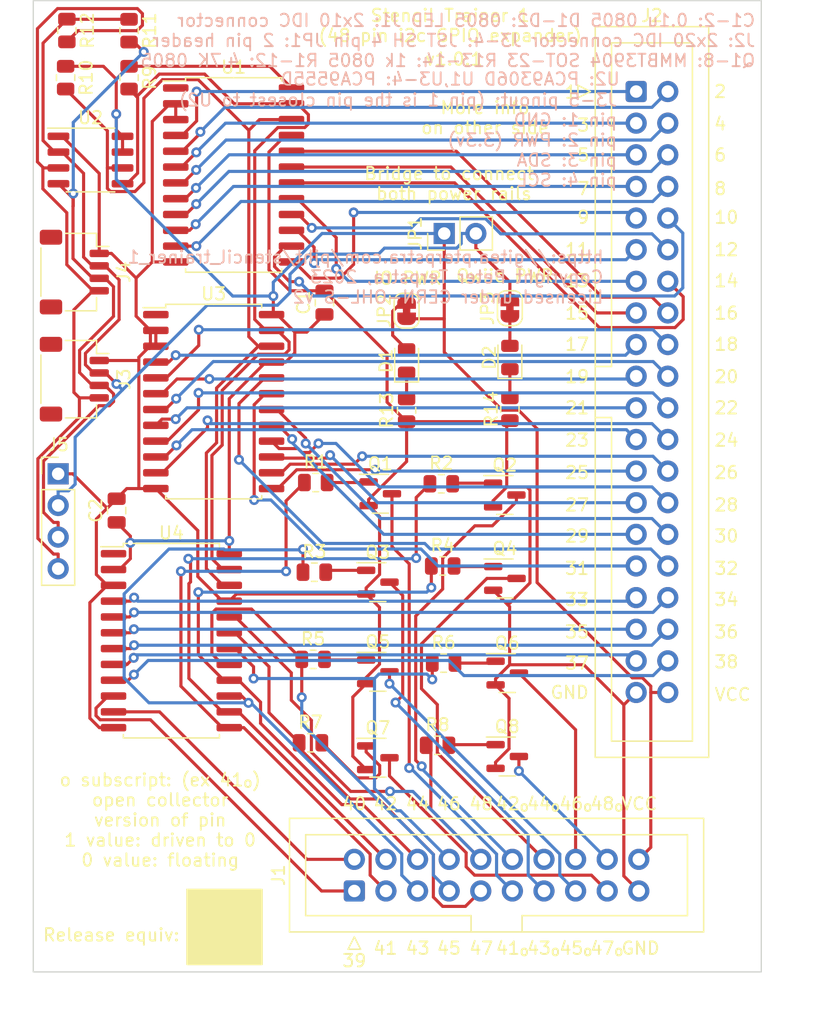
<source format=kicad_pcb>
(kicad_pcb (version 20221018) (generator pcbnew)

  (general
    (thickness 1.6)
  )

  (paper "A4")
  (title_block
    (title "Stencil Trainer 1 (48 pin i2c GPIO expander)")
    (date "2023-04-03")
    (rev "v1.0.1")
    (comment 1 "Licensed under CERN-OHL-S version 2")
    (comment 2 "Copyright Peter Terpstra, 2023")
  )

  (layers
    (0 "F.Cu" signal)
    (31 "B.Cu" signal)
    (32 "B.Adhes" user "B.Adhesive")
    (33 "F.Adhes" user "F.Adhesive")
    (34 "B.Paste" user)
    (35 "F.Paste" user)
    (36 "B.SilkS" user "B.Silkscreen")
    (37 "F.SilkS" user "F.Silkscreen")
    (38 "B.Mask" user)
    (39 "F.Mask" user)
    (40 "Dwgs.User" user "User.Drawings")
    (41 "Cmts.User" user "User.Comments")
    (42 "Eco1.User" user "User.Eco1")
    (43 "Eco2.User" user "User.Eco2")
    (44 "Edge.Cuts" user)
    (45 "Margin" user)
    (46 "B.CrtYd" user "B.Courtyard")
    (47 "F.CrtYd" user "F.Courtyard")
    (48 "B.Fab" user)
    (49 "F.Fab" user)
    (50 "User.1" user)
    (51 "User.2" user)
    (52 "User.3" user)
    (53 "User.4" user)
    (54 "User.5" user)
    (55 "User.6" user)
    (56 "User.7" user)
    (57 "User.8" user)
    (58 "User.9" user)
  )

  (setup
    (stackup
      (layer "F.SilkS" (type "Top Silk Screen"))
      (layer "F.Paste" (type "Top Solder Paste"))
      (layer "F.Mask" (type "Top Solder Mask") (thickness 0.01))
      (layer "F.Cu" (type "copper") (thickness 0.035))
      (layer "dielectric 1" (type "core") (thickness 1.51) (material "FR4") (epsilon_r 4.5) (loss_tangent 0.02))
      (layer "B.Cu" (type "copper") (thickness 0.035))
      (layer "B.Mask" (type "Bottom Solder Mask") (thickness 0.01))
      (layer "B.Paste" (type "Bottom Solder Paste"))
      (layer "B.SilkS" (type "Bottom Silk Screen"))
      (copper_finish "None")
      (dielectric_constraints no)
    )
    (pad_to_mask_clearance 0)
    (pcbplotparams
      (layerselection 0x00010fc_ffffffff)
      (plot_on_all_layers_selection 0x0000000_00000000)
      (disableapertmacros false)
      (usegerberextensions true)
      (usegerberattributes true)
      (usegerberadvancedattributes true)
      (creategerberjobfile true)
      (dashed_line_dash_ratio 12.000000)
      (dashed_line_gap_ratio 3.000000)
      (svgprecision 6)
      (plotframeref false)
      (viasonmask false)
      (mode 1)
      (useauxorigin false)
      (hpglpennumber 1)
      (hpglpenspeed 20)
      (hpglpendiameter 15.000000)
      (dxfpolygonmode true)
      (dxfimperialunits true)
      (dxfusepcbnewfont true)
      (psnegative false)
      (psa4output false)
      (plotreference true)
      (plotvalue true)
      (plotinvisibletext false)
      (sketchpadsonfab false)
      (subtractmaskfromsilk true)
      (outputformat 1)
      (mirror false)
      (drillshape 0)
      (scaleselection 1)
      (outputdirectory "gerbers")
    )
  )

  (net 0 "")
  (net 1 "GND")
  (net 2 "/IO_1")
  (net 3 "/IO_2")
  (net 4 "/IO_3")
  (net 5 "/IO_4")
  (net 6 "/IO_5")
  (net 7 "/IO_6")
  (net 8 "/IO_7")
  (net 9 "/IO_8")
  (net 10 "VCC")
  (net 11 "Net-(D1-K)")
  (net 12 "/SCK")
  (net 13 "/SDA")
  (net 14 "Net-(D1-A)")
  (net 15 "Net-(D2-K)")
  (net 16 "/IO_9")
  (net 17 "/IO_10")
  (net 18 "/IO_11")
  (net 19 "/IO_12")
  (net 20 "/IO_13")
  (net 21 "/IO_14")
  (net 22 "/IO_15")
  (net 23 "/IO_16")
  (net 24 "/IO_17")
  (net 25 "/IO_18")
  (net 26 "/IO_19")
  (net 27 "/IO_20")
  (net 28 "/IO_21")
  (net 29 "/IO_22")
  (net 30 "/IO_23")
  (net 31 "/IO_24")
  (net 32 "Net-(D2-A)")
  (net 33 "Net-(#FLG02-pwr)")
  (net 34 "Net-(J3-Pin_3)")
  (net 35 "Net-(J3-Pin_4)")
  (net 36 "/IO_25")
  (net 37 "/IO_26")
  (net 38 "/IO_27")
  (net 39 "/IO_28")
  (net 40 "/IO_29")
  (net 41 "/IO_30")
  (net 42 "/IO_31")
  (net 43 "/IO_32")
  (net 44 "/IO_33")
  (net 45 "/IO_34")
  (net 46 "/IO_35")
  (net 47 "/IO_36")
  (net 48 "/IO_37")
  (net 49 "/IO_38")
  (net 50 "/IO_39")
  (net 51 "/IO_40")
  (net 52 "Net-(Q1-B)")
  (net 53 "Net-(Q2-B)")
  (net 54 "Net-(Q3-B)")
  (net 55 "/IO_41")
  (net 56 "/IO_42")
  (net 57 "/IO_43")
  (net 58 "/IO_44")
  (net 59 "/IO_45")
  (net 60 "/IO_46")
  (net 61 "/IO_47")
  (net 62 "/IO_48")
  (net 63 "/IO_41_OC")
  (net 64 "/IO_43_OC")
  (net 65 "/IO_45_OC")
  (net 66 "/IO_47_OC")
  (net 67 "/IO_42_OC")
  (net 68 "/IO_44_OC")
  (net 69 "/IO_46_OC")
  (net 70 "/IO_48_OC")
  (net 71 "Net-(Q4-B)")
  (net 72 "Net-(Q5-B)")
  (net 73 "Net-(Q6-B)")
  (net 74 "Net-(Q7-B)")
  (net 75 "Net-(Q8-B)")
  (net 76 "unconnected-(U1-~{INT}-Pad1)")
  (net 77 "unconnected-(U3-~{INT}-Pad1)")
  (net 78 "unconnected-(U4-~{INT}-Pad1)")

  (footprint "Capacitor_SMD:C_0805_2012Metric" (layer "F.Cu") (at 56.4 121.25 90))

  (footprint "Resistor_SMD:R_0805_2012Metric" (layer "F.Cu") (at 65.9 142.4))

  (footprint "Package_SO:SOIC-24W_7.5x15.4mm_P1.27mm" (layer "F.Cu") (at 49.1 111))

  (footprint "Resistor_SMD:R_0805_2012Metric" (layer "F.Cu") (at 65.4875 156.8))

  (footprint "Package_SO:SOIC-24W_7.5x15.4mm_P1.27mm" (layer "F.Cu") (at 44.1 148.4))

  (footprint "Resistor_SMD:R_0805_2012Metric" (layer "F.Cu") (at 40.7 103.1875 -90))

  (footprint "Connector_JST:JST_SH_SM04B-SRSS-TB_1x04-1MP_P1.00mm_Horizontal" (layer "F.Cu") (at 36.3 127.4 -90))

  (footprint "Resistor_SMD:R_0805_2012Metric" (layer "F.Cu") (at 55.4875 149.9))

  (footprint "Package_TO_SOT_SMD:SOT-23" (layer "F.Cu") (at 60.6875 157.8))

  (footprint "Package_TO_SOT_SMD:SOT-23" (layer "F.Cu") (at 60.6875 150.9))

  (footprint "Resistor_SMD:R_0805_2012Metric" (layer "F.Cu") (at 35.6 103.1875 -90))

  (footprint "Package_TO_SOT_SMD:SOT-23" (layer "F.Cu") (at 71.0875 157.7))

  (footprint "Package_SO:SO-8_3.9x4.9mm_P1.27mm" (layer "F.Cu") (at 37.6 109.8))

  (footprint "Jumper:SolderJumper-2_P1.3mm_Bridged_RoundedPad1.0x1.5mm" (layer "F.Cu") (at 71.3 121.7 90))

  (footprint "Package_TO_SOT_SMD:SOT-23" (layer "F.Cu") (at 71.0875 151))

  (footprint "Jumper:SolderJumper-2_P1.3mm_Bridged_RoundedPad1.0x1.5mm" (layer "F.Cu") (at 63 121.9 -90))

  (footprint "Resistor_SMD:R_0805_2012Metric" (layer "F.Cu") (at 65.975 150.2))

  (footprint "Resistor_SMD:R_0805_2012Metric" (layer "F.Cu") (at 40.7 99.4125 -90))

  (footprint "Resistor_SMD:R_0805_2012Metric" (layer "F.Cu") (at 63 129.9 -90))

  (footprint "Resistor_SMD:R_0805_2012Metric" (layer "F.Cu") (at 55.5875 142.9))

  (footprint "Resistor_SMD:R_0805_2012Metric" (layer "F.Cu") (at 35.7 99.4 -90))

  (footprint "Connector_PinHeader_2.54mm:PinHeader_1x02_P2.54mm_Vertical" (layer "F.Cu") (at 66.025 115.7 90))

  (footprint "Connector_IDC:IDC-Header_2x20_P2.54mm_Vertical" (layer "F.Cu") (at 81.4475 104.3))

  (footprint "Connector_PinHeader_2.54mm:PinHeader_1x04_P2.54mm_Vertical" (layer "F.Cu") (at 35 135))

  (footprint "Resistor_SMD:R_0805_2012Metric" (layer "F.Cu") (at 71.3 129.8125 -90))

  (footprint "Resistor_SMD:R_0805_2012Metric" (layer "F.Cu") (at 65.7875 135.8))

  (footprint "Package_TO_SOT_SMD:SOT-23" (layer "F.Cu") (at 60.8875 136.6))

  (footprint "Resistor_SMD:R_0805_2012Metric" (layer "F.Cu") (at 55.275 156.6))

  (footprint "Package_TO_SOT_SMD:SOT-23" (layer "F.Cu") (at 70.9 143.4))

  (footprint "Package_SO:SOIC-24W_7.5x15.4mm_P1.27mm" (layer "F.Cu") (at 47.5 129.2))

  (footprint "Resistor_SMD:R_0805_2012Metric" (layer "F.Cu") (at 55.7 135.7))

  (footprint "Package_TO_SOT_SMD:SOT-23" (layer "F.Cu") (at 60.6875 143.7))

  (footprint "Connector_JST:JST_SH_SM04B-SRSS-TB_1x04-1MP_P1.00mm_Horizontal" (layer "F.Cu") (at 36.3 118.8 -90))

  (footprint "LED_SMD:LED_0805_2012Metric" (layer "F.Cu") (at 71.3 125.6625 90))

  (footprint "Package_TO_SOT_SMD:SOT-23" (layer "F.Cu") (at 70.8875 136.7))

  (footprint "Connector_IDC:IDC-Header_2x10_P2.54mm_Vertical" (layer "F.Cu") (at 58.8 168.5 90))

  (footprint "LED_SMD:LED_0805_2012Metric" (layer "F.Cu") (at 63 125.9375 90))

  (footprint "Capacitor_SMD:C_0805_2012Metric" (layer "F.Cu") (at 39.7 137.95 90))

  (gr_rect (start 45.37 168.39) (end 51.37 174.39)
    (stroke (width 0.15) (type solid)) (fill solid) (layer "F.SilkS") (tstamp 0929ceda-a80b-43bf-8078-478ecbde7a2d))
  (gr_rect (start 33 97) (end 91.5 175)
    (stroke (width 0.1) (type solid)) (fill none) (layer "Edge.Cuts") (tstamp 0cc2535e-8a02-4c75-961d-48271d454d3c))
  (gr_text "Copyright Peter Terpstra, 2023\nLicensed under CERN-OHL-S v2" (at 78.9 120) (layer "B.SilkS") (tstamp 2b900a22-48b6-47af-87b0-4a5c84b44556)
    (effects (font (size 1 1) (thickness 0.15)) (justify left mirror))
  )
  (gr_text "J3-5 pinout: (pin 1 is the pin closest to U2)\npin 1: GND\npin 2: PWR (3.3v)\npin 3: SDA\npin 4: SCL" (at 80 108.2) (layer "B.SilkS") (tstamp 752e711b-bc09-4065-93c9-d1987f5bc8d4)
    (effects (font (size 1 1) (thickness 0.15)) (justify left mirror))
  )
  (gr_text "C1-2: 0.1u 0805 D1-D2: 0805 LED J1: 2x10 IDC connector\nJ2: 2x20 IDC connector J3-4: JST SH 4 pin JP1: 2 pin header\nQ1-8: MMBT3904 SOT-23 R13-14: 1k 0805 R1-12: 4.7K 0805\n" (at 91.1 100.2) (layer "B.SilkS") (tstamp 7ea5f391-f9e4-479e-8297-a040520588e7)
    (effects (font (size 1 1) (thickness 0.15)) (justify left mirror))
  )
  (gr_text "U2: PCA9306D U1,U3-4: PCA9555D" (at 66.5 103.3) (layer "B.SilkS") (tstamp 80ca76fb-bb6b-49b0-a697-893b9eb08303)
    (effects (font (size 1 1) (thickness 0.15)) (justify mirror))
  )
  (gr_text "https://gitea.pterpstra.com/pjht/stencil_trainer_1" (at 59.7 117.6) (layer "B.SilkS") (tstamp 9f45bffa-7633-4989-8b1f-e81d1390d229)
    (effects (font (size 1 1) (thickness 0.15)) (justify mirror))
  )
  (gr_text "\n" (at 65 101.1) (layer "B.SilkS") (tstamp be94a810-a8ff-410e-8c02-19712c3c49d8)
    (effects (font (size 1 1) (thickness 0.15)) (justify mirror))
  )
  (gr_text "GND" (at 81.8 173.1) (layer "F.SilkS") (tstamp 01e8a82c-9eca-4cc7-9af9-d76a96be0897)
    (effects (font (size 1 1) (thickness 0.15)))
  )
  (gr_text "13" (at 76.7 119.5) (layer "F.SilkS") (tstamp 04eb87b4-c8fa-47bf-ae9a-6ee111ba806f)
    (effects (font (size 1 1) (thickness 0.15)))
  )
  (gr_text "VCC" (at 81.7 161.5) (layer "F.SilkS") (tstamp 0ae7703a-806a-4312-b6df-c7e6da6d00cd)
    (effects (font (size 1 1) (thickness 0.15)))
  )
  (gr_text "39" (at 58.8 174.1) (layer "F.SilkS") (tstamp 1010405a-4a59-4f80-a198-ef73c4d15177)
    (effects (font (size 1 1) (thickness 0.15)))
  )
  (gr_text "Qwiic PWR" (at 70.9 119.1) (layer "F.SilkS") (tstamp 102ff197-c480-4613-a59e-215390a5764c)
    (effects (font (size 1 1) (thickness 0.15)))
  )
  (gr_text "37" (at 76.7 150.2) (layer "F.SilkS") (tstamp 11e2e376-99cc-46a4-9942-f53adbb84b47)
    (effects (font (size 1 1) (thickness 0.15)))
  )
  (gr_text "20" (at 88.7 127.2) (layer "F.SilkS") (tstamp 138c69e7-865d-49c3-8993-2caa70314325)
    (effects (font (size 1 1) (thickness 0.15)))
  )
  (gr_text "Bridge to connect \nboth power rails" (at 66.8 111.7) (layer "F.SilkS") (tstamp 182e8b36-ffa5-422d-b619-149c20b90fa7)
    (effects (font (size 1 1) (thickness 0.15)))
  )
  (gr_text "43_{o}" (at 74 173.1) (layer "F.SilkS") (tstamp 191eeac7-a746-4187-b2a2-2c9ebc570b0c)
    (effects (font (size 1 1) (thickness 0.15)))
  )
  (gr_text "36" (at 88.7 147.7) (layer "F.SilkS") (tstamp 1ebc6783-04b8-4ac2-a89d-fa0fb87b169b)
    (effects (font (size 1 1) (thickness 0.15)))
  )
  (gr_text "19" (at 76.7 127.2) (layer "F.SilkS") (tstamp 2061098c-652d-4a04-b0bc-7b1f9a2d5a64)
    (effects (font (size 1 1) (thickness 0.15)))
  )
  (gr_text "4" (at 88.2 106.9) (layer "F.SilkS") (tstamp 21dd6549-93b6-4ff7-994c-260ff23f82d4)
    (effects (font (size 1 1) (thickness 0.15)))
  )
  (gr_text "${REVISION}" (at 66.8 101.7) (layer "F.SilkS") (tstamp 23450071-b5a8-4c53-9d13-2f8054aa9989)
    (effects (font (size 1 1) (thickness 0.15)))
  )
  (gr_text "42_{o}" (at 71.5 161.5) (layer "F.SilkS") (tstamp 2af68b0a-2c38-4d08-ab97-beb5dcab7023)
    (effects (font (size 1 1) (thickness 0.15)))
  )
  (gr_text "12" (at 88.7 117) (layer "F.SilkS") (tstamp 2cc9e0cb-b267-4101-b994-26811ae0f713)
    (effects (font (size 1 1) (thickness 0.15)))
  )
  (gr_text "45" (at 66.4 173.1) (layer "F.SilkS") (tstamp 2fd49bd6-f304-492e-99f4-239baf1eeec9)
    (effects (font (size 1 1) (thickness 0.15)))
  )
  (gr_text "24" (at 88.7 132.3) (layer "F.SilkS") (tstamp 30cf0f4d-6a1b-4536-9ab0-52b93d35a6c0)
    (effects (font (size 1 1) (thickness 0.15)))
  )
  (gr_text "40" (at 58.8 161.5) (layer "F.SilkS") (tstamp 33795af2-5e12-4a15-a45f-726ad795762f)
    (effects (font (size 1 1) (thickness 0.15)))
  )
  (gr_text "46_{o}" (at 76.6 161.5) (layer "F.SilkS") (tstamp 36626153-49be-4ca8-940e-7e21ac124a14)
    (effects (font (size 1 1) (thickness 0.15)))
  )
  (gr_text "More info\non other side" (at 69.3 106.4) (layer "F.SilkS") (tstamp 3b3994dc-0caf-49a6-b7ba-c91cfd059142)
    (effects (font (size 1 1) (thickness 0.15)))
  )
  (gr_text "48_{o}" (at 79.1 161.5) (layer "F.SilkS") (tstamp 3e4061e9-cb17-452c-b974-a5105a6dcbd3)
    (effects (font (size 1 1) (thickness 0.15)))
  )
  (gr_text "23" (at 76.7 132.3) (layer "F.SilkS") (tstamp 3eed2f97-9d29-4a37-aa0c-59e42aec2e65)
    (effects (font (size 1 1) (thickness 0.15)))
  )
  (gr_text "46" (at 66.4 161.5) (layer "F.SilkS") (tstamp 43a12344-64c6-41b3-9215-cd3be0cd1e9f)
    (effects (font (size 1 1) (thickness 0.15)))
  )
  (gr_text "2" (at 88.2 104.3) (layer "F.SilkS") (tstamp 4633d98a-796e-4e8d-93e0-bf27ffb34675)
    (effects (font (size 1 1) (thickness 0.15)))
  )
  (gr_text "14" (at 88.7 119.5) (layer "F.SilkS") (tstamp 469e61c5-6b52-48bf-a8eb-27c3bfa7c204)
    (effects (font (size 1 1) (thickness 0.15)))
  )
  (gr_text "25" (at 76.7 134.9) (layer "F.SilkS") (tstamp 4a408e52-049f-474c-9ead-f553673d8c52)
    (effects (font (size 1 1) (thickness 0.15)))
  )
  (gr_text "Stencil Trainer 1\n(48 pin i2c GPIO expander)" (at 66.5 99) (layer "F.SilkS") (tstamp 52f70420-32e4-4ddf-9051-0176e9e7b4a8)
    (effects (font (size 1 1) (thickness 0.15)))
  )
  (gr_text "15" (at 76.7 122.1) (layer "F.SilkS") (tstamp 538deaac-1b42-48f0-98d4-10cb47e388c3)
    (effects (font (size 1 1) (thickness 0.15)))
  )
  (gr_text "44_{o}" (at 74 161.5) (layer "F.SilkS") (tstamp 55e461f5-da1e-40ed-83e3-a71cde859306)
    (effects (font (size 1 1) (thickness 0.15)))
  )
  (gr_text "26" (at 88.7 134.9) (layer "F.SilkS") (tstamp 5aa5c3ec-fd88-461a-a348-63aef2643329)
    (effects (font (size 1 1) (thickness 0.15)))
  )
  (gr_text "47_{o}" (at 79.1 173.1) (layer "F.SilkS") (tstamp 63a1710a-263d-4f3f-912d-f384079c8c69)
    (effects (font (size 1 1) (thickness 0.15)))
  )
  (gr_text "45_{o}" (at 76.6 173.1) (layer "F.SilkS") (tstamp 6999c539-b902-4598-b8bf-37d3471702ad)
    (effects (font (size 1 1) (thickness 0.15)))
  )
  (gr_text "GND" (at 76.1 152.56) (layer "F.SilkS") (tstamp 6c196f2f-c81d-4fac-9f39-48f51dd03184)
    (effects (font (size 1 1) (thickness 0.15)))
  )
  (gr_text "VCC" (at 89.2 152.73) (layer "F.SilkS") (tstamp 6c8e5a05-b777-4ade-a775-6cac55b66879)
    (effects (font (size 1 1) (thickness 0.15)))
  )
  (gr_text "35" (at 76.7 147.7) (layer "F.SilkS") (tstamp 7a3f33f2-5bfd-46cb-b14d-d0f8e6a5ffa2)
    (effects (font (size 1 1) (thickness 0.15)))
  )
  (gr_text "31" (at 76.7 142.6) (layer "F.SilkS") (tstamp 8067f18c-29a8-4127-af28-1289f24d9c72)
    (effects (font (size 1 1) (thickness 0.15)))
  )
  (gr_text "30" (at 88.7 140) (layer "F.SilkS") (tstamp 84202d68-043b-435b-a7a2-3d02efcd632c)
    (effects (font (size 1 1) (thickness 0.15)))
  )
  (gr_text "32" (at 88.7 142.6) (layer "F.SilkS") (tstamp 86a20648-1f7f-4586-ad1d-109247ab18c4)
    (effects (font (size 1 1) (thickness 0.15)))
  )
  (gr_text "22" (at 88.7 129.7) (layer "F.SilkS") (tstamp 879406e4-7827-472b-b832-e37e774cde94)
    (effects (font (size 1 1) (thickness 0.15)))
  )
  (gr_text "Release equiv:" (at 39.27 172.03) (layer "F.SilkS") (tstamp 896a930b-dcd8-4827-b45e-b6c82d9d3b90)
    (effects (font (size 1 1) (thickness 0.15)))
  )
  (gr_text "17" (at 76.7 124.6) (layer "F.SilkS") (tstamp 8d8c397a-0e5a-4b47-82f0-6c7f109a1b3b)
    (effects (font (size 1 1) (thickness 0.15)))
  )
  (gr_text "7" (at 77.2 112.1) (layer "F.SilkS") (tstamp 9110c306-d989-4740-b6c5-9c6f07bc113a)
    (effects (font (size 1 1) (thickness 0.15)))
  )
  (gr_text "38" (at 88.7 150.1) (layer "F.SilkS") (tstamp 9595e38a-a6ae-432c-a9be-ae072d9c48c0)
    (effects (font (size 1 1) (thickness 0.15)))
  )
  (gr_text "10" (at 88.7 114.4) (layer "F.SilkS") (tstamp 98aa8b53-4582-491c-b7ea-5b3bc7d07b75)
    (effects (font (size 1 1) (thickness 0.15)))
  )
  (gr_text "8" (at 88.2 112.1) (layer "F.SilkS") (tstamp 9c11391e-1142-43a9-82e5-3f76105ae535)
    (effects (font (size 1 1) (thickness 0.15)))
  )
  (gr_text "43" (at 63.9 173.1) (layer "F.SilkS") (tstamp ad0a1b9c-07db-40b3-ae7a-72a727673504)
    (effects (font (size 1 1) (thickness 0.15)))
  )
  (gr_text "42" (at 61.3 161.5) (layer "F.SilkS") (tstamp ada301f4-e1b8-400a-96c8-519368c5c1cb)
    (effects (font (size 1 1) (thickness 0.15)))
  )
  (gr_text "16" (at 88.7 122.1) (layer "F.SilkS") (tstamp aee06b8f-5ac6-4966-a8db-d8aef383d90c)
    (effects (font (size 1 1) (thickness 0.15)))
  )
  (gr_text "44" (at 63.9 161.5) (layer "F.SilkS") (tstamp b222de15-1cdf-43ae-bcb8-383e2668a24c)
    (effects (font (size 1 1) (thickness 0.15)))
  )
  (gr_text "IO PWR" (at 63.1 119.3) (layer "F.SilkS") (tstamp b47cf491-82a8-495e-b2f4-63648bd57059)
    (effects (font (size 1 1) (thickness 0.15)))
  )
  (gr_text "29" (at 76.7 140) (layer "F.SilkS") (tstamp ba8fe0e0-68d1-4db3-9a21-405f3f95352a)
    (effects (font (size 1 1) (thickness 0.15)))
  )
  (gr_text "41" (at 61.3 173.1) (layer "F.SilkS") (tstamp bbf0b51e-d86f-4439-830e-d04061d78015)
    (effects (font (size 1 1) (thickness 0.15)))
  )
  (gr_text "27" (at 76.7 137.5) (layer "F.SilkS") (tstamp c1d81865-19d0-4a9a-a08e-288dcc62be87)
    (effects (font (size 1 1) (thickness 0.15)))
  )
  (gr_text "18" (at 88.7 124.6) (layer "F.SilkS") (tstamp c238480b-3226-4d59-95b6-fd360a0a5918)
    (effects (font (size 1 1) (thickness 0.15)))
  )
  (gr_text "11" (at 76.7 117) (layer "F.SilkS") (tstamp ca132c7c-92c5-4878-9d45-fc22a5a00c6f)
    (effects (font (size 1 1) (thickness 0.15)))
  )
  (gr_text "33" (at 76.7 145.1) (layer "F.SilkS") (tstamp cd92533e-5615-4ec8-821f-636e075f332c)
    (effects (font (size 1 1) (thickness 0.15)))
  )
  (gr_text "1" (at 76.2 104.35) (layer "F.SilkS") (tstamp cea069d6-cb97-46a1-803a-bcf011073c85)
    (effects (font (size 1 1) (thickness 0.15)))
  )
  (gr_text "3" (at 77.2 107) (layer "F.SilkS") (tstamp cff6191c-dca1-4c41-8e8d-e02b6d1caea4)
    (effects (font (size 1 1) (thickness 0.15)))
  )
  (gr_text "47" (at 69 173.1) (layer "F.SilkS") (tstamp d0880bd6-9488-405b-88a7-6a820bc5a561)
    (effects (font (size 1 1) (thickness 0.15)))
  )
  (gr_text "6" (at 88.2 109.4) (layer "F.SilkS") (tstamp db8c624c-b81a-457a-b5b7-4526dd22c685)
    (effects (font (size 1 1) (thickness 0.15)))
  )
  (gr_text "41_{o}" (at 71.5 173.1) (layer "F.SilkS") (tstamp dc383b07-1a4c-42c8-8a7d-b74e1d4daac8)
    (effects (font (size 1 1) (thickness 0.15)))
  )
  (gr_text "48" (at 69 161.5) (layer "F.SilkS") (tstamp dde41108-5c17-4e44-a37e-c54166b81ce6)
    (effects (font (size 1 1) (thickness 0.15)))
  )
  (gr_text "28" (at 88.7 137.5) (layer "F.SilkS") (tstamp dec52bdc-abf0-4dfe-907e-d8d1fed34a3c)
    (effects (font (size 1 1) (thickness 0.15)))
  )
  (gr_text "34" (at 88.7 145.1) (layer "F.SilkS") (tstamp dfbaeff6-0b81-44cf-ac96-dc83cf1c2281)
    (effects (font (size 1 1) (thickness 0.15)))
  )
  (gr_text "o subscript: (ex 41_{o})\nopen collector\nversion of pin\n1 value: driven to 0\n0 value: floating" (at 43.2 162.8) (layer "F.SilkS") (tstamp e01e586d-1375-4174-bb07-99f84c24ee1c)
    (effects (font (size 1 1) (thickness 0.15)))
  )
  (gr_text "21" (at 76.7 129.7) (layer "F.SilkS") (tstamp e111d8c6-6e88-43e7-a187-1411f91671f4)
    (effects (font (size 1 1) (thickness 0.15)))
  )
  (gr_text "5" (at 77.2 109.4) (layer "F.SilkS") (tstamp eb76ef0a-7e83-4a6e-812d-2f8dbfa85b2a)
    (effects (font (size 1 1) (thickness 0.15)))
  )
  (gr_text "9" (at 77.2 114.4) (layer "F.SilkS") (tstamp f6fbf795-b00e-46a8-825d-afdc9db6a703)
    (effects (font (size 1 1) (thickness 0.15)))
  )

  (segment (start 71.2786 145.6661) (end 71.1443 145.5317) (width 0.25) (layer "F.Cu") (net 1) (tstamp 0164e7e9-a1e2-401e-97c5-005c6d9a432a))
  (segment (start 42.4131 123.485) (end 42.85 123.485) (width 0.25) (layer "F.Cu") (net 1) (tstamp 03064a1d-4f39-4918-ac32-20cc2e6e9f0e))
  (segment (start 80.4561 167.2961) (end 80.4561 153.5514) (width 0.25) (layer "F.Cu") (net 1) (tstamp 030aeee2-2479-4efb-ae30-6202d5aa9202))
  (segment (start 42.4131 124.8626) (end 42.4131 123.485) (width 0.25) (layer "F.Cu") (net 1) (tstamp 0a54227b-ed17-4579-8d64-3580b00f469c))
  (segment (start 80.4561 153.5514) (end 81.4475 152.56) (width 0.25) (layer "F.Cu") (net 1) (tstamp 0b17ed24-e5cc-4806-904f-b07f3b9e7a21))
  (segment (start 63 130.8125) (end 63 134.0125) (width 0.25) (layer "F.Cu") (net 1) (tstamp 0b4b5278-6d44-477d-b713-55ab577c5a8d))
  (segment (start 71.0469 130.8125) (end 71.0469 136.0656) (width 0.25) (layer "F.Cu") (net 1) (tstamp 0ef5692c-2113-4d05-988a-0577086828ff))
  (segment (start 38.0702 143.085) (end 38.9402 143.955) (width 0.25) (layer "F.Cu") (net 1) (tstamp 11ffa033-edaa-4146-9263-1dc4ec9f8a44))
  (segment (start 72.9149 143.7611) (end 71.1443 145.5317) (width 0.25) (layer "F.Cu") (net 1) (tstamp 1787f631-c4d5-46ab-aed3-44862c508926))
  (segment (start 53.75 107.825) (end 53.268 107.825) (width 0.25) (layer "F.Cu") (net 1) (tstamp 17b8f104-5d3b-4acd-b31b-793258895131))
  (segment (start 42.34 124.9357) (end 42.4131 124.8626) (width 0.25) (layer "F.Cu") (net 1) (tstamp 1ba63220-5eaa-4c5d-8fc4-d91cfd8124dc))
  (segment (start 37.5497 154.6249) (end 37.5497 145.3455) (width 0.25) (layer "F.Cu") (net 1) (tstamp 1f02a80f-54d0-4cb3-9c95-1860dc2fdb95))
  (segment (start 63 134.0125) (end 59.95 137.0625) (width 0.25) (layer "F.Cu") (net 1) (tstamp 209a0b16-befe-4234-b107-7219696fe48c))
  (segment (start 51.9409 118.6242) (end 53.6167 120.3) (width 0.25) (layer "F.Cu") (net 1) (tstamp 22a6d465-618c-4092-b9a6-fdeb81c864f7))
  (segment (start 39.2845 117.3) (end 41.2656 119.2811) (width 0.25) (layer "F.Cu") (net 1) (tstamp 25686254-551a-45c3-8146-97388c641c82))
  (segment (start 71.2786 150.3339) (end 71.2786 145.6661) (width 0.25) (layer "F.Cu") (net 1) (tstamp 2569ddbb-93ff-46db-a411-a35f698b5e9d))
  (segment (start 41.2656 122.3375) (end 42.4131 123.485) (width 0.25) (layer "F.Cu") (net 1) (tstamp 2609f708-eb32-4423-a19c-2a338a0d9e17))
  (segment (start 80.4561 153.5514) (end 77.2386 150.3339) (width 0.25) (layer "F.Cu") (net 1) (tstamp 272491b6-f1a2-4302-a8e8-d8632f164810))
  (segment (start 59.95 137.0625) (end 59.95 137.55) (width 0.25) (layer "F.Cu") (net 1) (tstamp 27f0dbea-a700-4f4c-87d9-74c38b9d3e4a))
  (segment (start 35.3185 107.895) (end 35.025 107.895) (width 0.25) (layer "F.Cu") (net 1) (tstamp 295e9a47-7e11-4dd1-8d87-57f5ed27493c))
  (segment (start 70.15 151.95) (end 71.2297 153.0297) (width 0.25) (layer "F.Cu") (net 1) (tstamp 2ad1b35f-6eb6-40d8-9cb9-ca37a7911db3))
  (segment (start 35 135) (end 36.1751 135) (width 0.25) (layer "F.Cu") (net 1) (tstamp 2b024280-8b41-4fea-9af0-36b381bb9336))
  (segment (start 41.2656 119.2811) (end 41.265
... [98227 chars truncated]
</source>
